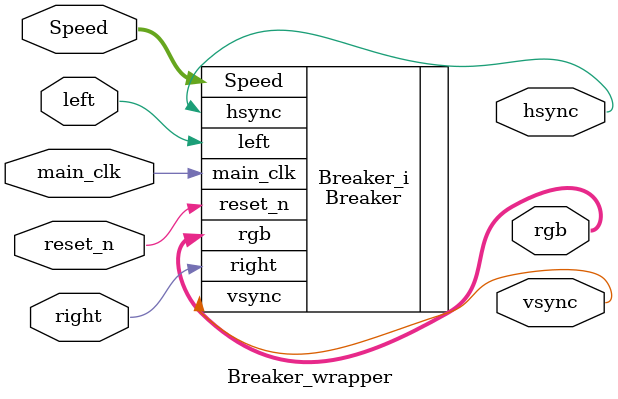
<source format=v>
`timescale 1 ps / 1 ps

module Breaker_wrapper
   (Speed,
    hsync,
    left,
    main_clk,
    reset_n,
    rgb,
    right,
    vsync);
  input [1:0]Speed;
  output hsync;
  input left;
  input main_clk;
  input reset_n;
  output [2:0]rgb;
  input right;
  output vsync;

  wire [1:0]Speed;
  wire hsync;
  wire left;
  wire main_clk;
  wire reset_n;
  wire [2:0]rgb;
  wire right;
  wire vsync;

  Breaker Breaker_i
       (.Speed(Speed),
        .hsync(hsync),
        .left(left),
        .main_clk(main_clk),
        .reset_n(reset_n),
        .rgb(rgb),
        .right(right),
        .vsync(vsync));
endmodule

</source>
